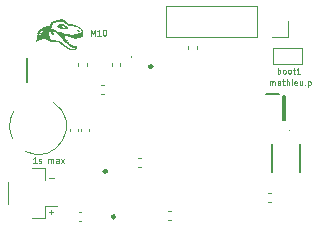
<source format=gbr>
%TF.GenerationSoftware,KiCad,Pcbnew,9.0.0*%
%TF.CreationDate,2025-06-12T14:50:32+02:00*%
%TF.ProjectId,hardware v4 pro max,68617264-7761-4726-9520-76342070726f,rev?*%
%TF.SameCoordinates,Original*%
%TF.FileFunction,Legend,Top*%
%TF.FilePolarity,Positive*%
%FSLAX46Y46*%
G04 Gerber Fmt 4.6, Leading zero omitted, Abs format (unit mm)*
G04 Created by KiCad (PCBNEW 9.0.0) date 2025-06-12 14:50:32*
%MOMM*%
%LPD*%
G01*
G04 APERTURE LIST*
%ADD10C,0.125000*%
%ADD11C,0.100000*%
%ADD12C,0.120000*%
%ADD13C,0.250000*%
%ADD14C,0.152400*%
%ADD15C,0.200000*%
%ADD16C,0.000000*%
G04 APERTURE END LIST*
D10*
X148391283Y-98382309D02*
X148391283Y-98048976D01*
X148391283Y-98096595D02*
X148415093Y-98072785D01*
X148415093Y-98072785D02*
X148462712Y-98048976D01*
X148462712Y-98048976D02*
X148534140Y-98048976D01*
X148534140Y-98048976D02*
X148581759Y-98072785D01*
X148581759Y-98072785D02*
X148605569Y-98120404D01*
X148605569Y-98120404D02*
X148605569Y-98382309D01*
X148605569Y-98120404D02*
X148629378Y-98072785D01*
X148629378Y-98072785D02*
X148676997Y-98048976D01*
X148676997Y-98048976D02*
X148748426Y-98048976D01*
X148748426Y-98048976D02*
X148796045Y-98072785D01*
X148796045Y-98072785D02*
X148819855Y-98120404D01*
X148819855Y-98120404D02*
X148819855Y-98382309D01*
X149272236Y-98382309D02*
X149272236Y-98120404D01*
X149272236Y-98120404D02*
X149248426Y-98072785D01*
X149248426Y-98072785D02*
X149200807Y-98048976D01*
X149200807Y-98048976D02*
X149105569Y-98048976D01*
X149105569Y-98048976D02*
X149057950Y-98072785D01*
X149272236Y-98358500D02*
X149224617Y-98382309D01*
X149224617Y-98382309D02*
X149105569Y-98382309D01*
X149105569Y-98382309D02*
X149057950Y-98358500D01*
X149057950Y-98358500D02*
X149034141Y-98310880D01*
X149034141Y-98310880D02*
X149034141Y-98263261D01*
X149034141Y-98263261D02*
X149057950Y-98215642D01*
X149057950Y-98215642D02*
X149105569Y-98191833D01*
X149105569Y-98191833D02*
X149224617Y-98191833D01*
X149224617Y-98191833D02*
X149272236Y-98168023D01*
X149438903Y-98048976D02*
X149629379Y-98048976D01*
X149510331Y-97882309D02*
X149510331Y-98310880D01*
X149510331Y-98310880D02*
X149534141Y-98358500D01*
X149534141Y-98358500D02*
X149581760Y-98382309D01*
X149581760Y-98382309D02*
X149629379Y-98382309D01*
X149796045Y-98382309D02*
X149796045Y-97882309D01*
X150010331Y-98382309D02*
X150010331Y-98120404D01*
X150010331Y-98120404D02*
X149986521Y-98072785D01*
X149986521Y-98072785D02*
X149938902Y-98048976D01*
X149938902Y-98048976D02*
X149867474Y-98048976D01*
X149867474Y-98048976D02*
X149819855Y-98072785D01*
X149819855Y-98072785D02*
X149796045Y-98096595D01*
X150248426Y-98382309D02*
X150248426Y-98048976D01*
X150248426Y-97882309D02*
X150224617Y-97906119D01*
X150224617Y-97906119D02*
X150248426Y-97929928D01*
X150248426Y-97929928D02*
X150272236Y-97906119D01*
X150272236Y-97906119D02*
X150248426Y-97882309D01*
X150248426Y-97882309D02*
X150248426Y-97929928D01*
X150676997Y-98358500D02*
X150629378Y-98382309D01*
X150629378Y-98382309D02*
X150534140Y-98382309D01*
X150534140Y-98382309D02*
X150486521Y-98358500D01*
X150486521Y-98358500D02*
X150462712Y-98310880D01*
X150462712Y-98310880D02*
X150462712Y-98120404D01*
X150462712Y-98120404D02*
X150486521Y-98072785D01*
X150486521Y-98072785D02*
X150534140Y-98048976D01*
X150534140Y-98048976D02*
X150629378Y-98048976D01*
X150629378Y-98048976D02*
X150676997Y-98072785D01*
X150676997Y-98072785D02*
X150700807Y-98120404D01*
X150700807Y-98120404D02*
X150700807Y-98168023D01*
X150700807Y-98168023D02*
X150462712Y-98215642D01*
X151129378Y-98048976D02*
X151129378Y-98382309D01*
X150915092Y-98048976D02*
X150915092Y-98310880D01*
X150915092Y-98310880D02*
X150938902Y-98358500D01*
X150938902Y-98358500D02*
X150986521Y-98382309D01*
X150986521Y-98382309D02*
X151057949Y-98382309D01*
X151057949Y-98382309D02*
X151105568Y-98358500D01*
X151105568Y-98358500D02*
X151129378Y-98334690D01*
X151367473Y-98334690D02*
X151391283Y-98358500D01*
X151391283Y-98358500D02*
X151367473Y-98382309D01*
X151367473Y-98382309D02*
X151343664Y-98358500D01*
X151343664Y-98358500D02*
X151367473Y-98334690D01*
X151367473Y-98334690D02*
X151367473Y-98382309D01*
X151605568Y-98048976D02*
X151605568Y-98548976D01*
X151605568Y-98072785D02*
X151653187Y-98048976D01*
X151653187Y-98048976D02*
X151748425Y-98048976D01*
X151748425Y-98048976D02*
X151796044Y-98072785D01*
X151796044Y-98072785D02*
X151819854Y-98096595D01*
X151819854Y-98096595D02*
X151843663Y-98144214D01*
X151843663Y-98144214D02*
X151843663Y-98287071D01*
X151843663Y-98287071D02*
X151819854Y-98334690D01*
X151819854Y-98334690D02*
X151796044Y-98358500D01*
X151796044Y-98358500D02*
X151748425Y-98382309D01*
X151748425Y-98382309D02*
X151653187Y-98382309D01*
X151653187Y-98382309D02*
X151605568Y-98358500D01*
D11*
X129694836Y-106213133D02*
X130075789Y-106213133D01*
X129684836Y-109113133D02*
X130065789Y-109113133D01*
X129875312Y-109303609D02*
X129875312Y-108922657D01*
X128636741Y-104953609D02*
X128351027Y-104953609D01*
X128493884Y-104953609D02*
X128493884Y-104453609D01*
X128493884Y-104453609D02*
X128446265Y-104525038D01*
X128446265Y-104525038D02*
X128398646Y-104572657D01*
X128398646Y-104572657D02*
X128351027Y-104596466D01*
X128827217Y-104929800D02*
X128874836Y-104953609D01*
X128874836Y-104953609D02*
X128970074Y-104953609D01*
X128970074Y-104953609D02*
X129017693Y-104929800D01*
X129017693Y-104929800D02*
X129041502Y-104882180D01*
X129041502Y-104882180D02*
X129041502Y-104858371D01*
X129041502Y-104858371D02*
X129017693Y-104810752D01*
X129017693Y-104810752D02*
X128970074Y-104786942D01*
X128970074Y-104786942D02*
X128898645Y-104786942D01*
X128898645Y-104786942D02*
X128851026Y-104763133D01*
X128851026Y-104763133D02*
X128827217Y-104715514D01*
X128827217Y-104715514D02*
X128827217Y-104691704D01*
X128827217Y-104691704D02*
X128851026Y-104644085D01*
X128851026Y-104644085D02*
X128898645Y-104620276D01*
X128898645Y-104620276D02*
X128970074Y-104620276D01*
X128970074Y-104620276D02*
X129017693Y-104644085D01*
X129636740Y-104953609D02*
X129636740Y-104620276D01*
X129636740Y-104667895D02*
X129660550Y-104644085D01*
X129660550Y-104644085D02*
X129708169Y-104620276D01*
X129708169Y-104620276D02*
X129779597Y-104620276D01*
X129779597Y-104620276D02*
X129827216Y-104644085D01*
X129827216Y-104644085D02*
X129851026Y-104691704D01*
X129851026Y-104691704D02*
X129851026Y-104953609D01*
X129851026Y-104691704D02*
X129874835Y-104644085D01*
X129874835Y-104644085D02*
X129922454Y-104620276D01*
X129922454Y-104620276D02*
X129993883Y-104620276D01*
X129993883Y-104620276D02*
X130041502Y-104644085D01*
X130041502Y-104644085D02*
X130065312Y-104691704D01*
X130065312Y-104691704D02*
X130065312Y-104953609D01*
X130517693Y-104953609D02*
X130517693Y-104691704D01*
X130517693Y-104691704D02*
X130493883Y-104644085D01*
X130493883Y-104644085D02*
X130446264Y-104620276D01*
X130446264Y-104620276D02*
X130351026Y-104620276D01*
X130351026Y-104620276D02*
X130303407Y-104644085D01*
X130517693Y-104929800D02*
X130470074Y-104953609D01*
X130470074Y-104953609D02*
X130351026Y-104953609D01*
X130351026Y-104953609D02*
X130303407Y-104929800D01*
X130303407Y-104929800D02*
X130279598Y-104882180D01*
X130279598Y-104882180D02*
X130279598Y-104834561D01*
X130279598Y-104834561D02*
X130303407Y-104786942D01*
X130303407Y-104786942D02*
X130351026Y-104763133D01*
X130351026Y-104763133D02*
X130470074Y-104763133D01*
X130470074Y-104763133D02*
X130517693Y-104739323D01*
X130708169Y-104953609D02*
X130970074Y-104620276D01*
X130708169Y-104620276D02*
X130970074Y-104953609D01*
X133224836Y-94183609D02*
X133224836Y-93683609D01*
X133224836Y-93683609D02*
X133391503Y-94040752D01*
X133391503Y-94040752D02*
X133558169Y-93683609D01*
X133558169Y-93683609D02*
X133558169Y-94183609D01*
X134058170Y-94183609D02*
X133772456Y-94183609D01*
X133915313Y-94183609D02*
X133915313Y-93683609D01*
X133915313Y-93683609D02*
X133867694Y-93755038D01*
X133867694Y-93755038D02*
X133820075Y-93802657D01*
X133820075Y-93802657D02*
X133772456Y-93826466D01*
X134367693Y-93683609D02*
X134415312Y-93683609D01*
X134415312Y-93683609D02*
X134462931Y-93707419D01*
X134462931Y-93707419D02*
X134486741Y-93731228D01*
X134486741Y-93731228D02*
X134510550Y-93778847D01*
X134510550Y-93778847D02*
X134534360Y-93874085D01*
X134534360Y-93874085D02*
X134534360Y-93993133D01*
X134534360Y-93993133D02*
X134510550Y-94088371D01*
X134510550Y-94088371D02*
X134486741Y-94135990D01*
X134486741Y-94135990D02*
X134462931Y-94159800D01*
X134462931Y-94159800D02*
X134415312Y-94183609D01*
X134415312Y-94183609D02*
X134367693Y-94183609D01*
X134367693Y-94183609D02*
X134320074Y-94159800D01*
X134320074Y-94159800D02*
X134296265Y-94135990D01*
X134296265Y-94135990D02*
X134272455Y-94088371D01*
X134272455Y-94088371D02*
X134248646Y-93993133D01*
X134248646Y-93993133D02*
X134248646Y-93874085D01*
X134248646Y-93874085D02*
X134272455Y-93778847D01*
X134272455Y-93778847D02*
X134296265Y-93731228D01*
X134296265Y-93731228D02*
X134320074Y-93707419D01*
X134320074Y-93707419D02*
X134367693Y-93683609D01*
X149034836Y-97403609D02*
X149034836Y-96903609D01*
X149034836Y-97094085D02*
X149082455Y-97070276D01*
X149082455Y-97070276D02*
X149177693Y-97070276D01*
X149177693Y-97070276D02*
X149225312Y-97094085D01*
X149225312Y-97094085D02*
X149249122Y-97117895D01*
X149249122Y-97117895D02*
X149272931Y-97165514D01*
X149272931Y-97165514D02*
X149272931Y-97308371D01*
X149272931Y-97308371D02*
X149249122Y-97355990D01*
X149249122Y-97355990D02*
X149225312Y-97379800D01*
X149225312Y-97379800D02*
X149177693Y-97403609D01*
X149177693Y-97403609D02*
X149082455Y-97403609D01*
X149082455Y-97403609D02*
X149034836Y-97379800D01*
X149558646Y-97403609D02*
X149511027Y-97379800D01*
X149511027Y-97379800D02*
X149487217Y-97355990D01*
X149487217Y-97355990D02*
X149463408Y-97308371D01*
X149463408Y-97308371D02*
X149463408Y-97165514D01*
X149463408Y-97165514D02*
X149487217Y-97117895D01*
X149487217Y-97117895D02*
X149511027Y-97094085D01*
X149511027Y-97094085D02*
X149558646Y-97070276D01*
X149558646Y-97070276D02*
X149630074Y-97070276D01*
X149630074Y-97070276D02*
X149677693Y-97094085D01*
X149677693Y-97094085D02*
X149701503Y-97117895D01*
X149701503Y-97117895D02*
X149725312Y-97165514D01*
X149725312Y-97165514D02*
X149725312Y-97308371D01*
X149725312Y-97308371D02*
X149701503Y-97355990D01*
X149701503Y-97355990D02*
X149677693Y-97379800D01*
X149677693Y-97379800D02*
X149630074Y-97403609D01*
X149630074Y-97403609D02*
X149558646Y-97403609D01*
X150011027Y-97403609D02*
X149963408Y-97379800D01*
X149963408Y-97379800D02*
X149939598Y-97355990D01*
X149939598Y-97355990D02*
X149915789Y-97308371D01*
X149915789Y-97308371D02*
X149915789Y-97165514D01*
X149915789Y-97165514D02*
X149939598Y-97117895D01*
X149939598Y-97117895D02*
X149963408Y-97094085D01*
X149963408Y-97094085D02*
X150011027Y-97070276D01*
X150011027Y-97070276D02*
X150082455Y-97070276D01*
X150082455Y-97070276D02*
X150130074Y-97094085D01*
X150130074Y-97094085D02*
X150153884Y-97117895D01*
X150153884Y-97117895D02*
X150177693Y-97165514D01*
X150177693Y-97165514D02*
X150177693Y-97308371D01*
X150177693Y-97308371D02*
X150153884Y-97355990D01*
X150153884Y-97355990D02*
X150130074Y-97379800D01*
X150130074Y-97379800D02*
X150082455Y-97403609D01*
X150082455Y-97403609D02*
X150011027Y-97403609D01*
X150320551Y-97070276D02*
X150511027Y-97070276D01*
X150391979Y-96903609D02*
X150391979Y-97332180D01*
X150391979Y-97332180D02*
X150415789Y-97379800D01*
X150415789Y-97379800D02*
X150463408Y-97403609D01*
X150463408Y-97403609D02*
X150511027Y-97403609D01*
X150939598Y-97403609D02*
X150653884Y-97403609D01*
X150796741Y-97403609D02*
X150796741Y-96903609D01*
X150796741Y-96903609D02*
X150749122Y-96975038D01*
X150749122Y-96975038D02*
X150701503Y-97022657D01*
X150701503Y-97022657D02*
X150653884Y-97046466D01*
D12*
%TO.C,C20*%
X134337836Y-98360000D02*
X134122164Y-98360000D01*
X134337836Y-99080000D02*
X134122164Y-99080000D01*
D13*
%TO.C,IC4*%
X134575000Y-105675000D02*
G75*
G02*
X134325000Y-105675000I-125000J0D01*
G01*
X134325000Y-105675000D02*
G75*
G02*
X134575000Y-105675000I125000J0D01*
G01*
D12*
%TO.C,J3*%
X139620000Y-91635000D02*
X139620000Y-94295000D01*
X147300000Y-91635000D02*
X139620000Y-91635000D01*
X147300000Y-91635000D02*
X147300000Y-94295000D01*
X147300000Y-94295000D02*
X139620000Y-94295000D01*
X149900000Y-92965000D02*
X149900000Y-94295000D01*
X149900000Y-94295000D02*
X148570000Y-94295000D01*
%TO.C,C27*%
X132140000Y-96737836D02*
X132140000Y-96522164D01*
X132860000Y-96737836D02*
X132860000Y-96522164D01*
D14*
%TO.C,U2*%
X148573001Y-103372999D02*
X148573001Y-105726999D01*
X150927001Y-105726999D02*
X150927001Y-103372999D01*
D12*
%TO.C,C3*%
X148477836Y-107540000D02*
X148262164Y-107540000D01*
X148477836Y-108260000D02*
X148262164Y-108260000D01*
%TO.C,C17*%
X131440000Y-102257836D02*
X131440000Y-102042164D01*
X132160000Y-102257836D02*
X132160000Y-102042164D01*
D11*
%TO.C,BT1*%
X126592503Y-102893662D02*
G75*
G02*
X126700001Y-100590000I2157497J1053662D01*
G01*
X130020000Y-99800001D02*
G75*
G02*
X127687376Y-103995302I-1270000J-2039999D01*
G01*
D15*
%TO.C,J2*%
X127837500Y-98100000D02*
X127837500Y-96100000D01*
D16*
%TO.C,G\u002A\u002A\u002A*%
G36*
X132164444Y-93723163D02*
G01*
X132185819Y-93724772D01*
X132201909Y-93727567D01*
X132201954Y-93727579D01*
X132230416Y-93737812D01*
X132252419Y-93751529D01*
X132267865Y-93768627D01*
X132276657Y-93789005D01*
X132278833Y-93807590D01*
X132275427Y-93821716D01*
X132265331Y-93832668D01*
X132248728Y-93840277D01*
X132241759Y-93842045D01*
X132221412Y-93845452D01*
X132205362Y-93845548D01*
X132191091Y-93842155D01*
X132181185Y-93837799D01*
X132169458Y-93830198D01*
X132159607Y-93820981D01*
X132156952Y-93817441D01*
X132152298Y-93811423D01*
X132145900Y-93806531D01*
X132136131Y-93801886D01*
X132121362Y-93796612D01*
X132113825Y-93794172D01*
X132082671Y-93784727D01*
X132056054Y-93777878D01*
X132031656Y-93773175D01*
X132007157Y-93770168D01*
X131981200Y-93768451D01*
X131962585Y-93767545D01*
X131950582Y-93766727D01*
X131944309Y-93765799D01*
X131942882Y-93764566D01*
X131945419Y-93762832D01*
X131948935Y-93761276D01*
X131962313Y-93756370D01*
X131980962Y-93750489D01*
X132002812Y-93744203D01*
X132025794Y-93738082D01*
X132047840Y-93732698D01*
X132066881Y-93728620D01*
X132068299Y-93728351D01*
X132089710Y-93725335D01*
X132114278Y-93723457D01*
X132139893Y-93722728D01*
X132164444Y-93723163D01*
G37*
G36*
X130769341Y-93157799D02*
G01*
X130819096Y-93170347D01*
X130828910Y-93173690D01*
X130873573Y-93191818D01*
X130922088Y-93215756D01*
X130973964Y-93245204D01*
X131028709Y-93279859D01*
X131085830Y-93319419D01*
X131144836Y-93363580D01*
X131170076Y-93383439D01*
X131189345Y-93399041D01*
X131210041Y-93416190D01*
X131231386Y-93434201D01*
X131252602Y-93452390D01*
X131272909Y-93470071D01*
X131291532Y-93486561D01*
X131307690Y-93501176D01*
X131320607Y-93513230D01*
X131329504Y-93522039D01*
X131333602Y-93526919D01*
X131333786Y-93527450D01*
X131330617Y-93531286D01*
X131321876Y-93537764D01*
X131308713Y-93546199D01*
X131292277Y-93555905D01*
X131273720Y-93566196D01*
X131254190Y-93576387D01*
X131240032Y-93583345D01*
X131175371Y-93610426D01*
X131108648Y-93631143D01*
X131040814Y-93645323D01*
X130972818Y-93652793D01*
X130905613Y-93653381D01*
X130869165Y-93650691D01*
X130803478Y-93640204D01*
X130737453Y-93622593D01*
X130671791Y-93598165D01*
X130607194Y-93567224D01*
X130544363Y-93530075D01*
X130484000Y-93487023D01*
X130473176Y-93478449D01*
X130460334Y-93467722D01*
X130445382Y-93454612D01*
X130429281Y-93440034D01*
X130412995Y-93424906D01*
X130405598Y-93417865D01*
X130773134Y-93417865D01*
X130782509Y-93425899D01*
X130818556Y-93453094D01*
X130855983Y-93474347D01*
X130894038Y-93489423D01*
X130931966Y-93498083D01*
X130969015Y-93500088D01*
X131003018Y-93495540D01*
X131017485Y-93491631D01*
X131030644Y-93487239D01*
X131037863Y-93484168D01*
X131049083Y-93478366D01*
X130992231Y-93435005D01*
X130972806Y-93420524D01*
X130953823Y-93406975D01*
X130936681Y-93395312D01*
X130922779Y-93386490D01*
X130914260Y-93381800D01*
X130887974Y-93373515D01*
X130860742Y-93372312D01*
X130833522Y-93378017D01*
X130807271Y-93390457D01*
X130788134Y-93404678D01*
X130773134Y-93417865D01*
X130405598Y-93417865D01*
X130397487Y-93410145D01*
X130383719Y-93396668D01*
X130372655Y-93385391D01*
X130365258Y-93377231D01*
X130362490Y-93373105D01*
X130362489Y-93373064D01*
X130365104Y-93366278D01*
X130372386Y-93355336D01*
X130383486Y-93341167D01*
X130397557Y-93324700D01*
X130413753Y-93306864D01*
X130431225Y-93288588D01*
X130449125Y-93270801D01*
X130466608Y-93254432D01*
X130482825Y-93240409D01*
X130485382Y-93238337D01*
X130530285Y-93206493D01*
X130576341Y-93181983D01*
X130623412Y-93164833D01*
X130671361Y-93155068D01*
X130720050Y-93152715D01*
X130769341Y-93157799D01*
G37*
G36*
X130798318Y-92799542D02*
G01*
X130847093Y-92809484D01*
X130898175Y-92825819D01*
X130951109Y-92848355D01*
X131005444Y-92876902D01*
X131060724Y-92911267D01*
X131113082Y-92948657D01*
X131147594Y-92975672D01*
X131180747Y-93003416D01*
X131213689Y-93032952D01*
X131247567Y-93065344D01*
X131283528Y-93101657D01*
X131322719Y-93142954D01*
X131323636Y-93143937D01*
X131345362Y-93167237D01*
X131408015Y-93174926D01*
X131506032Y-93188568D01*
X131601656Y-93205074D01*
X131694347Y-93224279D01*
X131783563Y-93246016D01*
X131868766Y-93270117D01*
X131949415Y-93296415D01*
X132024970Y-93324744D01*
X132094890Y-93354936D01*
X132158635Y-93386825D01*
X132215666Y-93420244D01*
X132228091Y-93428338D01*
X132244952Y-93440118D01*
X132263730Y-93454153D01*
X132283087Y-93469348D01*
X132301684Y-93484602D01*
X132318183Y-93498819D01*
X132331244Y-93510900D01*
X132339530Y-93519748D01*
X132339554Y-93519778D01*
X132350131Y-93528791D01*
X132366862Y-93537494D01*
X132373941Y-93540325D01*
X132396979Y-93550661D01*
X132420547Y-93564195D01*
X132442320Y-93579403D01*
X132459975Y-93594760D01*
X132464744Y-93599880D01*
X132473658Y-93611860D01*
X132483098Y-93627147D01*
X132489814Y-93639977D01*
X132496798Y-93654789D01*
X132505493Y-93673156D01*
X132514378Y-93691868D01*
X132517347Y-93698105D01*
X132529884Y-93725674D01*
X132538923Y-93749198D01*
X132544991Y-93770959D01*
X132548615Y-93793240D01*
X132550321Y-93818325D01*
X132550660Y-93842487D01*
X132550516Y-93864645D01*
X132549992Y-93881138D01*
X132548863Y-93893797D01*
X132546906Y-93904456D01*
X132543897Y-93914948D01*
X132540662Y-93924229D01*
X132530725Y-93951593D01*
X132541640Y-93975666D01*
X132548022Y-93991056D01*
X132555061Y-94010056D01*
X132561427Y-94029045D01*
X132562551Y-94032681D01*
X132566590Y-94046821D01*
X132569401Y-94059384D01*
X132571212Y-94072347D01*
X132572252Y-94087686D01*
X132572751Y-94107378D01*
X132572885Y-94121876D01*
X132572879Y-94145020D01*
X132572422Y-94162509D01*
X132571327Y-94176183D01*
X132569412Y-94187881D01*
X132566492Y-94199445D01*
X132564440Y-94206255D01*
X132556242Y-94228948D01*
X132545919Y-94252250D01*
X132534667Y-94273732D01*
X132523682Y-94290965D01*
X132521101Y-94294345D01*
X132512117Y-94305557D01*
X132507777Y-94288720D01*
X132496713Y-94250742D01*
X132484094Y-94216078D01*
X132470426Y-94185898D01*
X132456213Y-94161373D01*
X132447989Y-94150283D01*
X132437337Y-94137438D01*
X132434719Y-94170909D01*
X132430516Y-94212024D01*
X132424629Y-94250820D01*
X132417312Y-94286180D01*
X132408818Y-94316986D01*
X132399399Y-94342121D01*
X132393193Y-94354387D01*
X132384559Y-94366952D01*
X132374117Y-94379237D01*
X132371729Y-94381636D01*
X132358982Y-94393883D01*
X132348664Y-94357259D01*
X132343565Y-94340396D01*
X132337232Y-94321326D01*
X132330133Y-94301253D01*
X132322737Y-94281380D01*
X132315510Y-94262910D01*
X132308920Y-94247047D01*
X132303435Y-94234993D01*
X132299523Y-94227952D01*
X132297911Y-94226679D01*
X132295660Y-94231008D01*
X132292701Y-94240449D01*
X132290320Y-94250148D01*
X132281515Y-94284667D01*
X132270696Y-94318194D01*
X132258420Y-94349445D01*
X132245244Y-94377132D01*
X132231725Y-94399970D01*
X132218420Y-94416672D01*
X132218043Y-94417053D01*
X132209302Y-94425629D01*
X132204385Y-94429420D01*
X132201819Y-94428947D01*
X132200128Y-94424734D01*
X132199777Y-94423531D01*
X132187943Y-94384044D01*
X132177332Y-94351632D01*
X132167840Y-94325985D01*
X132160625Y-94309385D01*
X132151588Y-94291680D01*
X132143145Y-94277282D01*
X132135914Y-94267055D01*
X132130512Y-94261866D01*
X132127557Y-94262580D01*
X132127461Y-94262861D01*
X132116478Y-94295740D01*
X132102760Y-94330906D01*
X132087831Y-94364474D01*
X132086630Y-94366974D01*
X132075253Y-94388969D01*
X132064381Y-94406205D01*
X132052383Y-94421111D01*
X132045054Y-94428852D01*
X132022253Y-94451892D01*
X132018901Y-94435016D01*
X132009838Y-94396875D01*
X131998452Y-94361110D01*
X131985293Y-94329113D01*
X131970910Y-94302277D01*
X131960768Y-94287757D01*
X131949534Y-94273630D01*
X131935423Y-94299008D01*
X131918245Y-94327941D01*
X131899899Y-94355358D01*
X131881138Y-94380366D01*
X131862713Y-94402070D01*
X131845376Y-94419577D01*
X131829881Y-94431993D01*
X131818498Y-94437953D01*
X131810309Y-94440329D01*
X131806961Y-94439175D01*
X131806310Y-94433695D01*
X131806310Y-94433437D01*
X131804806Y-94413822D01*
X131800689Y-94389916D01*
X131794552Y-94363864D01*
X131786986Y-94337807D01*
X131778584Y-94313889D01*
X131769939Y-94294253D01*
X131765799Y-94286854D01*
X131755192Y-94269811D01*
X131730246Y-94303216D01*
X131705024Y-94333802D01*
X131678343Y-94360307D01*
X131651098Y-94382053D01*
X131624186Y-94398358D01*
X131598502Y-94408541D01*
X131588714Y-94410757D01*
X131575503Y-94413030D01*
X131575283Y-94357457D01*
X131574616Y-94328145D01*
X131572919Y-94303950D01*
X131570275Y-94285488D01*
X131566768Y-94273371D01*
X131563289Y-94268591D01*
X131558891Y-94267925D01*
X131548091Y-94267003D01*
X131531982Y-94265898D01*
X131511655Y-94264682D01*
X131488202Y-94263426D01*
X131474324Y-94262743D01*
X131411902Y-94259280D01*
X131354170Y-94255101D01*
X131301485Y-94250257D01*
X131254206Y-94244799D01*
X131212689Y-94238778D01*
X131177292Y-94232244D01*
X131148372Y-94225249D01*
X131126286Y-94217843D01*
X131113210Y-94211299D01*
X131107329Y-94208301D01*
X131102083Y-94208736D01*
X131094824Y-94213189D01*
X131090709Y-94216268D01*
X131070202Y-94233934D01*
X131049867Y-94255057D01*
X131031723Y-94277334D01*
X131017788Y-94298464D01*
X131016379Y-94301031D01*
X131009399Y-94314572D01*
X131005116Y-94325046D01*
X131002875Y-94335214D01*
X131002021Y-94347839D01*
X131001895Y-94362060D01*
X131002135Y-94379064D01*
X131003289Y-94391468D01*
X131006005Y-94402168D01*
X131010934Y-94414060D01*
X131015838Y-94424217D01*
X131034976Y-94455060D01*
X131059208Y-94480398D01*
X131088530Y-94500229D01*
X131122939Y-94514549D01*
X131135274Y-94518030D01*
X131150221Y-94521470D01*
X131163785Y-94523608D01*
X131178258Y-94524617D01*
X131195935Y-94524671D01*
X131215493Y-94524084D01*
X131234438Y-94523169D01*
X131251087Y-94522007D01*
X131263781Y-94520738D01*
X131270855Y-94519503D01*
X131271278Y-94519352D01*
X131275261Y-94518324D01*
X131276855Y-94520726D01*
X131276499Y-94528114D01*
X131275638Y-94534814D01*
X131269575Y-94569165D01*
X131261243Y-94601709D01*
X131251143Y-94630945D01*
X131239779Y-94655373D01*
X131230270Y-94670242D01*
X131220755Y-94682717D01*
X131237629Y-94690182D01*
X131260616Y-94697406D01*
X131288679Y-94701489D01*
X131320075Y-94702410D01*
X131353059Y-94700149D01*
X131385889Y-94694686D01*
X131396884Y-94692049D01*
X131416854Y-94686843D01*
X131414444Y-94702499D01*
X131407464Y-94734096D01*
X131396698Y-94765427D01*
X131383112Y-94794123D01*
X131367672Y-94817815D01*
X131367135Y-94818492D01*
X131355902Y-94832575D01*
X131365131Y-94836084D01*
X131378842Y-94840172D01*
X131397864Y-94844327D01*
X131420023Y-94848168D01*
X131443143Y-94851315D01*
X131463168Y-94853253D01*
X131479265Y-94853801D01*
X131498797Y-94853509D01*
X131519866Y-94852515D01*
X131540574Y-94850954D01*
X131559022Y-94848964D01*
X131573313Y-94846681D01*
X131580235Y-94844831D01*
X131583390Y-94844477D01*
X131584761Y-94847544D01*
X131584578Y-94855481D01*
X131583551Y-94865587D01*
X131577858Y-94897713D01*
X131568370Y-94924778D01*
X131557147Y-94944708D01*
X131550894Y-94954912D01*
X131547396Y-94962484D01*
X131547280Y-94965502D01*
X131555045Y-94968112D01*
X131568334Y-94970452D01*
X131585168Y-94972345D01*
X131603571Y-94973613D01*
X131621566Y-94974077D01*
X131636997Y-94973574D01*
X131661186Y-94970858D01*
X131687978Y-94966426D01*
X131714552Y-94960846D01*
X131738090Y-94954681D01*
X131749268Y-94951052D01*
X131765355Y-94945269D01*
X131762818Y-94959218D01*
X131757432Y-94979342D01*
X131748894Y-95000526D01*
X131738352Y-95020536D01*
X131726953Y-95037136D01*
X131718133Y-95046335D01*
X131713917Y-95050604D01*
X131715960Y-95053114D01*
X131718754Y-95054294D01*
X131731164Y-95056959D01*
X131749249Y-95057938D01*
X131771412Y-95057380D01*
X131796056Y-95055433D01*
X131821583Y-95052244D01*
X131846396Y-95047963D01*
X131868898Y-95042737D01*
X131880376Y-95039294D01*
X131911315Y-95028968D01*
X131911192Y-95055446D01*
X131909845Y-95075305D01*
X131906418Y-95094252D01*
X131904268Y-95101612D01*
X131897467Y-95121300D01*
X131905478Y-95121300D01*
X131921688Y-95119238D01*
X131942533Y-95113467D01*
X131966528Y-95104613D01*
X131992186Y-95093299D01*
X132018021Y-95080151D01*
X132042546Y-95065793D01*
X132051577Y-95059905D01*
X132077458Y-95042451D01*
X132075124Y-95080938D01*
X132068533Y-95133734D01*
X132055509Y-95183298D01*
X132036300Y-95229239D01*
X132011154Y-95271166D01*
X131980319Y-95308686D01*
X131944042Y-95341410D01*
X131902571Y-95368945D01*
X131887699Y-95376871D01*
X131835843Y-95399362D01*
X131783717Y-95414630D01*
X131730468Y-95422826D01*
X131675241Y-95424098D01*
X131635021Y-95420957D01*
X131569685Y-95410243D01*
X131502381Y-95393326D01*
X131434499Y-95370711D01*
X131367426Y-95342902D01*
X131302553Y-95310404D01*
X131256697Y-95283581D01*
X131247893Y-95277726D01*
X131233544Y-95267730D01*
X131214121Y-95253933D01*
X131190093Y-95236678D01*
X131161928Y-95216307D01*
X131130096Y-95193160D01*
X131095066Y-95167580D01*
X131057307Y-95139908D01*
X131017289Y-95110486D01*
X130975480Y-95079655D01*
X130932349Y-95047758D01*
X130904180Y-95026875D01*
X130860904Y-94994817D01*
X130818956Y-94963849D01*
X130778774Y-94934287D01*
X130740794Y-94906448D01*
X130705454Y-94880650D01*
X130673189Y-94857208D01*
X130644438Y-94836439D01*
X130619637Y-94818661D01*
X130599223Y-94804191D01*
X130583632Y-94793344D01*
X130573301Y-94786437D01*
X130569369Y-94784084D01*
X130532859Y-94768460D01*
X130490359Y-94755111D01*
X130443084Y-94744235D01*
X130392250Y-94736028D01*
X130339072Y-94730686D01*
X130284766Y-94728408D01*
X130231232Y-94729355D01*
X130154491Y-94731729D01*
X130083779Y-94730964D01*
X130018271Y-94726974D01*
X129957147Y-94719674D01*
X129899584Y-94708978D01*
X129844759Y-94694802D01*
X129818888Y-94686641D01*
X129772212Y-94669418D01*
X129732349Y-94651265D01*
X129699567Y-94632312D01*
X129686743Y-94623210D01*
X129625103Y-94580099D01*
X129562649Y-94544325D01*
X129499094Y-94515744D01*
X129434147Y-94494210D01*
X129424184Y-94491557D01*
X129387544Y-94482964D01*
X129353932Y-94477135D01*
X129320294Y-94473691D01*
X129283573Y-94472253D01*
X129267429Y-94472155D01*
X129240827Y-94472612D01*
X129215938Y-94474061D01*
X129191342Y-94476737D01*
X129165618Y-94480878D01*
X129137348Y-94486717D01*
X129105110Y-94494491D01*
X129067484Y-94504435D01*
X129059299Y-94506674D01*
X128984348Y-94528303D01*
X128913285Y-94550882D01*
X128846710Y-94574180D01*
X128785218Y-94597965D01*
X128729408Y-94622005D01*
X128679876Y-94646070D01*
X128637220Y-94669929D01*
X128636294Y-94670492D01*
X128610809Y-94686021D01*
X128612909Y-94664586D01*
X128613914Y-94654270D01*
X128615493Y-94638008D01*
X128617498Y-94617320D01*
X128619782Y-94593726D01*
X128622198Y-94568746D01*
X128622618Y-94564398D01*
X128630504Y-94490450D01*
X128639189Y-94423516D01*
X128641228Y-94410640D01*
X128753332Y-94410640D01*
X128765204Y-94381106D01*
X128771839Y-94365597D01*
X128780750Y-94346125D01*
X128790698Y-94325347D01*
X128799089Y-94308550D01*
X128809378Y-94289085D01*
X128821491Y-94267221D01*
X128834883Y-94243846D01*
X128849004Y-94219844D01*
X128863308Y-94196104D01*
X128877247Y-94173510D01*
X128890274Y-94152949D01*
X128901842Y-94135308D01*
X128911404Y-94121474D01*
X128918411Y-94112331D01*
X128922317Y-94108768D01*
X128922467Y-94108750D01*
X128928291Y-94111900D01*
X128937420Y-94120945D01*
X128949421Y-94135276D01*
X128963860Y-94154287D01*
X128980306Y-94177369D01*
X128998324Y-94203914D01*
X129017482Y-94233315D01*
X129037346Y-94264964D01*
X129057413Y-94298134D01*
X129068160Y-94316093D01*
X129077768Y-94331883D01*
X129085505Y-94344324D01*
X129090643Y-94352237D01*
X129092236Y-94354387D01*
X129093929Y-94353333D01*
X129094392Y-94346207D01*
X129093756Y-94334316D01*
X129092149Y-94318964D01*
X129089700Y-94301457D01*
X129086538Y-94283099D01*
X129083909Y-94270167D01*
X129066449Y-94207519D01*
X129042159Y-94147730D01*
X129011319Y-94091279D01*
X128974212Y-94038644D01*
X128931120Y-93990305D01*
X128904394Y-93965215D01*
X128891317Y-93954168D01*
X128876526Y-93942410D01*
X128861334Y-93930898D01*
X128847057Y-93920589D01*
X128842047Y-93917199D01*
X128943886Y-93917199D01*
X128956242Y-93931408D01*
X128965112Y-93941437D01*
X128976637Y-93954243D01*
X128988370Y-93967105D01*
X128988712Y-93967478D01*
X129008826Y-93989339D01*
X129035938Y-93960004D01*
X129049268Y-93945589D01*
X129062645Y-93931133D01*
X129074048Y-93918822D01*
X129078683Y-93913824D01*
X129094317Y-93896977D01*
X129148062Y-93952886D01*
X129168993Y-93974321D01*
X129192725Y-93998067D01*
X129217123Y-94022025D01*
X129240055Y-94044095D01*
X129254309Y-94057496D01*
X129273502Y-94075074D01*
X129295372Y-94094723D01*
X129319274Y-94115894D01*
X129344561Y-94138037D01*
X129370586Y-94160604D01*
X129396701Y-94183046D01*
X129422262Y-94204816D01*
X129446620Y-94225363D01*
X129469130Y-94244140D01*
X129489144Y-94260598D01*
X129506016Y-94274189D01*
X129519099Y-94284362D01*
X129527747Y-94290571D01*
X129531091Y-94292320D01*
X129530357Y-94289542D01*
X129526045Y-94281870D01*
X129518893Y-94270542D01*
X129511382Y-94259326D01*
X129489314Y-94228462D01*
X129462028Y-94192651D01*
X129429723Y-94152130D01*
X129392602Y-94107136D01*
X129350866Y-94057905D01*
X129304717Y-94004676D01*
X129286626Y-93984203D01*
X129705048Y-93984203D01*
X129705575Y-94065109D01*
X129713037Y-94148019D01*
X129727416Y-94232690D01*
X129748695Y-94318883D01*
X129764441Y-94370241D01*
X129772390Y-94393408D01*
X129781641Y-94418766D01*
X129790987Y-94443086D01*
X129798473Y-94461390D01*
X129806529Y-94479578D01*
X129813828Y-94493312D01*
X129821701Y-94503733D01*
X129831480Y-94511982D01*
X129844495Y-94519201D01*
X129862079Y-94526531D01*
X129883654Y-94534434D01*
X129919003Y-94545526D01*
X129959750Y-94555421D01*
X130006171Y-94564151D01*
X130058541Y-94571750D01*
X130117136Y-94578250D01*
X130182229Y-94583686D01*
X130254098Y-94588089D01*
X130333016Y-94591492D01*
X130368114Y-94592626D01*
X130503120Y-94596591D01*
X130538747Y-94608477D01*
X130583267Y-94625776D01*
X130631482Y-94649104D01*
X130683013Y-94678195D01*
X130737484Y-94712779D01*
X130794514Y-94752589D01*
X130853726Y-94797357D01*
X130914741Y-94846816D01*
X130977180Y-94900696D01*
X131040666Y-94958731D01*
X131061898Y-94978860D01*
X131106247Y-95020221D01*
X131147935Y-95056759D01*
X131188594Y-95089800D01*
X131229858Y-95120670D01*
X131273360Y-95150693D01*
X131274560Y-95151491D01*
X131338616Y-95190941D01*
X131403173Y-95224684D01*
X131467572Y-95252466D01*
X131531153Y-95274030D01*
X131593257Y-95289121D01*
X131650337Y-95297232D01*
X131671261Y-95299037D01*
X131687052Y-95300121D01*
X131700042Y-95300490D01*
X131712563Y-95300149D01*
X131726946Y-95299105D01*
X131744432Y-95297470D01*
X131780732Y-95292536D01*
X131815970Y-95285116D01*
X131847830Y-95275765D01*
X131868188Y-95267787D01*
X131890689Y-95257657D01*
X131845687Y-95243506D01*
X131771794Y-95217511D01*
X131696828Y-95185609D01*
X131620451Y-95147616D01*
X131542329Y-95103347D01*
X131462128Y-95052620D01*
X131379513Y-94995250D01*
X131339412Y-94965682D01*
X131258934Y-94902788D01*
X131176440Y-94833513D01*
X131092568Y-94758492D01*
X131007955Y-94678360D01*
X130923239Y-94593750D01*
X130839058Y-94505297D01*
X130756049Y-94413637D01*
X130674849Y-94319402D01*
X130606524Y-94236256D01*
X130545568Y-94163360D01*
X130485478Y-94097581D01*
X130425929Y-94038633D01*
X130366594Y-93986229D01*
X130307146Y-93940082D01*
X130247258Y-93899904D01*
X130186605Y-93865409D01*
X130181740Y-93862902D01*
X130158937Y-93851772D01*
X130135241Y-93841147D01*
X130111723Y-93831411D01*
X130089454Y-93822948D01*
X130069506Y-93816143D01*
X130052950Y-93811379D01*
X130040857Y-93809041D01*
X130034297Y-93809515D01*
X130033870Y-93809838D01*
X130034243Y-93813787D01*
X130036080Y-93824324D01*
X130039232Y-93840713D01*
X130043550Y-93862216D01*
X130048883Y-93888098D01*
X130055082Y-93917623D01*
X130061997Y-93950052D01*
X130068288Y-93979180D01*
X130075688Y-94013498D01*
X130082490Y-94045541D01*
X130088545Y-94074572D01*
X130093705Y-94099851D01*
X130097820Y-94120642D01*
X130100741Y-94136208D01*
X130102321Y-94145809D01*
X130102500Y-94148728D01*
X130097955Y-94148461D01*
X130088371Y-94144975D01*
X130075119Y-94138941D01*
X130059571Y-94131029D01*
X130043099Y-94121913D01*
X130027076Y-94112262D01*
X130024120Y-94110375D01*
X129975315Y-94074477D01*
X129930150Y-94032262D01*
X129888907Y-93984115D01*
X129851868Y-93930425D01*
X129819314Y-93871580D01*
X129791528Y-93807968D01*
X129779048Y-93773109D01*
X129772848Y-93754580D01*
X129767486Y-93738771D01*
X129763400Y-93726958D01*
X129761028Y-93720415D01*
X129760636Y-93719530D01*
X129759109Y-93722297D01*
X129755872Y-93730807D01*
X129751393Y-93743625D01*
X129746138Y-93759318D01*
X129740575Y-93776450D01*
X129735172Y-93793588D01*
X129730394Y-93809297D01*
X129726709Y-93822142D01*
X129724870Y-93829361D01*
X129711474Y-93905540D01*
X129705048Y-93984203D01*
X129286626Y-93984203D01*
X129254355Y-93947684D01*
X129199983Y-93887167D01*
X129141801Y-93823361D01*
X129128774Y-93809193D01*
X129108307Y-93786945D01*
X129088874Y-93765781D01*
X129071223Y-93746520D01*
X129056100Y-93729978D01*
X129052369Y-93725882D01*
X129149520Y-93725882D01*
X129151182Y-93729452D01*
X129156605Y-93737267D01*
X129164641Y-93747904D01*
X129174142Y-93759935D01*
X129183959Y-93771935D01*
X129192946Y-93782480D01*
X129199954Y-93790143D01*
X129203835Y-93793500D01*
X129204013Y-93793545D01*
X129207732Y-93791652D01*
X129216610Y-93786296D01*
X129229556Y-93778159D01*
X129245478Y-93767923D01*
X129257648Y-93759983D01*
X129275004Y-93748682D01*
X129290148Y-93738989D01*
X129301987Y-93731592D01*
X129309423Y-93727178D01*
X129311415Y-93726231D01*
X129314919Y-93728757D01*
X129322156Y-93735466D01*
X129331742Y-93745060D01*
X129334659Y-93748085D01*
X129371229Y-93781010D01*
X129413624Y-93809561D01*
X129461424Y-93833524D01*
X129514212Y-93852684D01*
X129562120Y-93864913D01*
X129578805Y-93868128D01*
X129594272Y-93870586D01*
X129605937Y-93871895D01*
X129608701Y-93872009D01*
X129615786Y-93871911D01*
X129617791Y-93871057D01*
X129614166Y-93868707D01*
X129604358Y-93864120D01*
X129602024Y-93863059D01*
X129565776Y-93843712D01*
X129527485Y-93817867D01*
X129487718Y-93786060D01*
X129447043Y-93748825D01*
X129406025Y-93706697D01*
X129365230Y-93660211D01*
X129325226Y-93609903D01*
X129322718Y-93606507D01*
X129406944Y-93606507D01*
X129407657Y-93611393D01*
X129411377Y-93617951D01*
X129417388Y-93626746D01*
X129419545Y-93629926D01*
X129428491Y-93642720D01*
X129434827Y-93650100D01*
X129439710Y-93653140D01*
X129444300Y-93652910D01*
X129444364Y-93652890D01*
X129449805Y-93650847D01*
X129461186Y-93646345D01*
X129477512Y-93639785D01*
X129497788Y-93631568D01*
X129521022Y-93622096D01*
X129545814Y-93611936D01*
X129573650Y-93600483D01*
X129595180Y-93591538D01*
X129611039Y-93584765D01*
X129621860Y-93579828D01*
X129628280Y-93576391D01*
X129630931Y-93574119D01*
X129630450Y-93572675D01*
X129627470Y-93571725D01*
X129623165Y-93571012D01*
X129607861Y-93570160D01*
X129586481Y-93571050D01*
X129560211Y-93573553D01*
X129530236Y-93577538D01*
X129497742Y-93582874D01*
X129473545Y-93587462D01*
X129448482Y-93592431D01*
X129430007Y-93596256D01*
X129417402Y-93599502D01*
X129409954Y-93602731D01*
X129406944Y-93606507D01*
X129322718Y-93606507D01*
X129305197Y-93582787D01*
X129295469Y-93569452D01*
X129293600Y-93566964D01*
X129823307Y-93566964D01*
X129827088Y-93568098D01*
X129837072Y-93570744D01*
X129852181Y-93574624D01*
X129871332Y-93579463D01*
X129893446Y-93584982D01*
X129901216Y-93586908D01*
X130004635Y-93615398D01*
X130102331Y-93648353D01*
X130194759Y-93685987D01*
X130282375Y-93728512D01*
X130365633Y-93776143D01*
X130444991Y-93829092D01*
X130489763Y-93862599D01*
X130507789Y-93877379D01*
X130528882Y-93895848D01*
X130551685Y-93916707D01*
X130574840Y-93938658D01*
X130596991Y-93960403D01*
X130616780Y-93980644D01*
X130632851Y-93998082D01*
X130639294Y-94005620D01*
X130654714Y-94024371D01*
X130647223Y-94004288D01*
X130638167Y-93976291D01*
X130632064Y-93947921D01*
X130628554Y-93916913D01*
X130627275Y-93881001D01*
X130627264Y-93879303D01*
X130627363Y-93860362D01*
X130627817Y-93844150D01*
X130628560Y-93832125D01*
X130629521Y-93825744D01*
X130629812Y-93825176D01*
X130634277Y-93825374D01*
X130641584Y-93829520D01*
X130642876Y-93830508D01*
X130676396Y-93854940D01*
X130715616Y-93879796D01*
X130758857Y-93904177D01*
X130804435Y-93927182D01*
X130850671Y-93947912D01*
X130893140Y-93964486D01*
X130969827Y-93989678D01*
X131052691Y-94012466D01*
X131140737Y-94032633D01*
X131232968Y-94049964D01*
X131328387Y-94064243D01*
X131384414Y-94070999D01*
X131416344Y-94074313D01*
X131449815Y-94077429D01*
X131483721Y-94080274D01*
X131516957Y-94082775D01*
X131548417Y-94084861D01*
X131576995Y-94086457D01*
X131601586Y-94087493D01*
X131621083Y-94087895D01*
X131634381Y-94087591D01*
X131635676Y-94087489D01*
X131643732Y-94086781D01*
X131657360Y-94085600D01*
X131674658Y-94084110D01*
X131693724Y-94082476D01*
X131693804Y-94082469D01*
X131784607Y-94073346D01*
X131871540Y-94061884D01*
X131954201Y-94048190D01*
X132032190Y-94032367D01*
X132105109Y-94014520D01*
X132172557Y-93994753D01*
X132234133Y-93973172D01*
X132289438Y-93949880D01*
X132338072Y-93924984D01*
X132369194Y-93905814D01*
X132389887Y-93890602D01*
X132409267Y-93873872D01*
X132426392Y-93856675D01*
X132440318Y-93840064D01*
X132450106Y-93825092D01*
X132454811Y-93812811D01*
X132455092Y-93809807D01*
X132453912Y-93803543D01*
X132450682Y-93791778D01*
X132445864Y-93776074D01*
X132439924Y-93757996D01*
X132438521Y-93753882D01*
X132428348Y-93724739D01*
X132419832Y-93701824D01*
X132412436Y-93684195D01*
X132405624Y-93670908D01*
X132398858Y-93661020D01*
X132391602Y-93653587D01*
X132383319Y-93647666D01*
X132375671Y-93643425D01*
X132364920Y-93638796D01*
X132349933Y-93633460D01*
X132332834Y-93628044D01*
X132315744Y-93623177D01*
X132300785Y-93619485D01*
X132290078Y-93617597D01*
X132287969Y-93617476D01*
X132279980Y-93614636D01*
X132271188Y-93605605D01*
X132267932Y-93601108D01*
X132259887Y-93590962D01*
X132248255Y-93578178D01*
X132235129Y-93565016D01*
X132230628Y-93560793D01*
X132193966Y-93531383D01*
X132150215Y-93504003D01*
X132099523Y-93478704D01*
X132042034Y-93455536D01*
X131977896Y-93434550D01*
X131907255Y-93415798D01*
X131830257Y-93399329D01*
X131747048Y-93385194D01*
X131708459Y-93379721D01*
X131678113Y-93375879D01*
X131647064Y-93372339D01*
X131616497Y-93369203D01*
X131587599Y-93366573D01*
X131561554Y-93364549D01*
X131539548Y-93363234D01*
X131522766Y-93362728D01*
X131513385Y-93363022D01*
X131499849Y-93364339D01*
X131540828Y-93438776D01*
X131552509Y-93460182D01*
X131562754Y-93479321D01*
X131571074Y-93495245D01*
X131576977Y-93507009D01*
X131579974Y-93513668D01*
X131580219Y-93514801D01*
X131577057Y-93512830D01*
X131568292Y-93506664D01*
X131554324Y-93496602D01*
X131535559Y-93482939D01*
X131512397Y-93465973D01*
X131485243Y-93445999D01*
X131454499Y-93423316D01*
X131420568Y-93398218D01*
X131383853Y-93371004D01*
X131344757Y-93341970D01*
X131303684Y-93311412D01*
X131275262Y-93290237D01*
X131232692Y-93258512D01*
X131191567Y-93227883D01*
X131152317Y-93198670D01*
X131115373Y-93171193D01*
X131081167Y-93145770D01*
X131050128Y-93122723D01*
X131022688Y-93102370D01*
X130999277Y-93085032D01*
X130980327Y-93071027D01*
X130966267Y-93060678D01*
X130957529Y-93054301D01*
X130955018Y-93052515D01*
X130918110Y-93031026D01*
X130875312Y-93012935D01*
X130827601Y-92998619D01*
X130799385Y-92992446D01*
X130777177Y-92989343D01*
X130749462Y-92987247D01*
X130718166Y-92986157D01*
X130685212Y-92986075D01*
X130652528Y-92986999D01*
X130622037Y-92988932D01*
X130595666Y-92991872D01*
X130592052Y-92992421D01*
X130581390Y-92994459D01*
X130564484Y-92998134D01*
X130542141Y-93003242D01*
X130515168Y-93009584D01*
X130484372Y-93016956D01*
X130450561Y-93025157D01*
X130414541Y-93033984D01*
X130377120Y-93043237D01*
X130339104Y-93052714D01*
X130301302Y-93062212D01*
X130264520Y-93071530D01*
X130229565Y-93080465D01*
X130197244Y-93088817D01*
X130168365Y-93096383D01*
X130143734Y-93102962D01*
X130124159Y-93108351D01*
X130110447Y-93112350D01*
X130104378Y-93114358D01*
X130073360Y-93128770D01*
X130048420Y-93146459D01*
X130028523Y-93168323D01*
X130013794Y-93192869D01*
X130006426Y-93210158D01*
X129998055Y-93233990D01*
X129988922Y-93263514D01*
X129979270Y-93297878D01*
X129969340Y-93336230D01*
X129959374Y-93377716D01*
X129951838Y-93411216D01*
X129946649Y-93434917D01*
X129941965Y-93456205D01*
X129938035Y-93473968D01*
X129935103Y-93487095D01*
X129933417Y-93494475D01*
X129933139Y-93495595D01*
X129929721Y-93498687D01*
X129920931Y-93504903D01*
X129907841Y-93513531D01*
X129891526Y-93523860D01*
X129877166Y-93532691D01*
X129859284Y-93543641D01*
X129843960Y-93553188D01*
X129832209Y-93560686D01*
X129825047Y-93565491D01*
X129823307Y-93566964D01*
X129293600Y-93566964D01*
X129287410Y-93558724D01*
X129281973Y-93551853D01*
X129280149Y-93549973D01*
X129275716Y-93551319D01*
X129266231Y-93554859D01*
X129253540Y-93559842D01*
X129239491Y-93565517D01*
X129225929Y-93571134D01*
X129214702Y-93575942D01*
X129207656Y-93579191D01*
X129206280Y-93579994D01*
X129206952Y-93584020D01*
X129211062Y-93592948D01*
X129217919Y-93605418D01*
X129225969Y-93618708D01*
X129235020Y-93633340D01*
X129242359Y-93645709D01*
X129247176Y-93654414D01*
X129248684Y-93657944D01*
X129245682Y-93660953D01*
X129237402Y-93667162D01*
X129224933Y-93675807D01*
X129209363Y-93686123D01*
X129199897Y-93692216D01*
X129182960Y-93703107D01*
X129168364Y-93712674D01*
X129157243Y-93720162D01*
X129150726Y-93724814D01*
X129149520Y-93725882D01*
X129052369Y-93725882D01*
X129044251Y-93716970D01*
X129036425Y-93708313D01*
X129034505Y-93706157D01*
X129020960Y-93690791D01*
X129006378Y-93703489D01*
X128995225Y-93713270D01*
X128982035Y-93724932D01*
X128973632Y-93732411D01*
X128955468Y-93748634D01*
X128989570Y-93785210D01*
X129002155Y-93798885D01*
X129012645Y-93810620D01*
X129020090Y-93819328D01*
X129023543Y-93823923D01*
X129023673Y-93824279D01*
X129021231Y-93827989D01*
X129014229Y-93836685D01*
X129003149Y-93849803D01*
X128988474Y-93866778D01*
X128970688Y-93887044D01*
X128951282Y-93908907D01*
X128943886Y-93917199D01*
X128842047Y-93917199D01*
X128835009Y-93912437D01*
X128826504Y-93907401D01*
X128823323Y-93906240D01*
X128820498Y-93909163D01*
X128814736Y-93916892D01*
X128807073Y-93927872D01*
X128798541Y-93940544D01*
X128790173Y-93953352D01*
X128783004Y-93964738D01*
X128778066Y-93973146D01*
X128776384Y-93976967D01*
X128779336Y-93979930D01*
X128787270Y-93986374D01*
X128799064Y-93995424D01*
X128813595Y-94006202D01*
X128817636Y-94009146D01*
X128832672Y-94020246D01*
X128845234Y-94029877D01*
X128854204Y-94037154D01*
X128858465Y-94041196D01*
X128858665Y-94041604D01*
X128856818Y-94045813D01*
X128851894Y-94054729D01*
X128844810Y-94066712D01*
X128841748Y-94071723D01*
X128824907Y-94103115D01*
X128808996Y-94140664D01*
X128794380Y-94183050D01*
X128781428Y-94228954D01*
X128770504Y-94277052D01*
X128761976Y-94326025D01*
X128756209Y-94374552D01*
X128755542Y-94382514D01*
X128753332Y-94410640D01*
X128641228Y-94410640D01*
X128648647Y-94363780D01*
X128653133Y-94339377D01*
X128657276Y-94315067D01*
X128658917Y-94296462D01*
X128657864Y-94282131D01*
X128653922Y-94270645D01*
X128646898Y-94260571D01*
X128641732Y-94255193D01*
X128632424Y-94246669D01*
X128624373Y-94240057D01*
X128621581Y-94238132D01*
X128619281Y-94236266D01*
X128617906Y-94233160D01*
X128617506Y-94227688D01*
X128618130Y-94218723D01*
X128619828Y-94205138D01*
X128622648Y-94185807D01*
X128624382Y-94174378D01*
X128627469Y-94154052D01*
X128630121Y-94136438D01*
X128632145Y-94122820D01*
X128633349Y-94114483D01*
X128633603Y-94112500D01*
X128637071Y-94111572D01*
X128646125Y-94110901D01*
X128658853Y-94110626D01*
X128659674Y-94110625D01*
X128673956Y-94110320D01*
X128683289Y-94108901D01*
X128690213Y-94105616D01*
X128697271Y-94099710D01*
X128697628Y-94099375D01*
X128706620Y-94089179D01*
X128713726Y-94078207D01*
X128714744Y-94076056D01*
X128719457Y-94056888D01*
X128718569Y-94036729D01*
X128712667Y-94017541D01*
X128702338Y-94001291D01*
X128689182Y-93990486D01*
X128675332Y-93982821D01*
X128701783Y-93932360D01*
X128717515Y-93903131D01*
X128732616Y-93876562D01*
X128746483Y-93853645D01*
X128758510Y-93835372D01*
X128768096Y-93822735D01*
X128769515Y-93821135D01*
X128775620Y-93815693D01*
X128780841Y-93815674D01*
X128785053Y-93818017D01*
X128800719Y-93825233D01*
X128818104Y-93828925D01*
X128833984Y-93828516D01*
X128838048Y-93827483D01*
X128856521Y-93817933D01*
X128870904Y-93803693D01*
X128880633Y-93786250D01*
X128885146Y-93767090D01*
X128883879Y-93747700D01*
X128876271Y-93729567D01*
X128875540Y-93728463D01*
X128869841Y-93719428D01*
X128866515Y-93712927D01*
X128866165Y-93711582D01*
X128868848Y-93708218D01*
X128876263Y-93700810D01*
X128887458Y-93690210D01*
X128901479Y-93677267D01*
X128917374Y-93662832D01*
X128934191Y-93647755D01*
X128950977Y-93632886D01*
X128966780Y-93619075D01*
X128980647Y-93607173D01*
X128991626Y-93598030D01*
X128998764Y-93592497D01*
X129000994Y-93591225D01*
X129005508Y-93594144D01*
X129008476Y-93598360D01*
X129013990Y-93604131D01*
X129023676Y-93610722D01*
X129029378Y-93613765D01*
X129048090Y-93619630D01*
X129066963Y-93618784D01*
X129086995Y-93611097D01*
X129097034Y-93605125D01*
X129112572Y-93592345D01*
X129121470Y-93578029D01*
X129124161Y-93560954D01*
X129121075Y-93539896D01*
X129120647Y-93538213D01*
X129114682Y-93515319D01*
X129148869Y-93499421D01*
X129164993Y-93491789D01*
X129185474Y-93481897D01*
X129207981Y-93470882D01*
X129230185Y-93459877D01*
X129236104Y-93456916D01*
X129289153Y-93430309D01*
X129298971Y-93444477D01*
X129310293Y-93456975D01*
X129324428Y-93467206D01*
X129338884Y-93473605D01*
X129347496Y-93474969D01*
X129361959Y-93472801D01*
X129378135Y-93467145D01*
X129393270Y-93459270D01*
X129404607Y-93450445D01*
X129407042Y-93447543D01*
X129411780Y-93439414D01*
X129414404Y-93430111D01*
X129415458Y-93417128D01*
X129415567Y-93408301D01*
X129415567Y-93381009D01*
X129428693Y-93377410D01*
X129436586Y-93375200D01*
X129450203Y-93371338D01*
X129468060Y-93366248D01*
X129488673Y-93360353D01*
X129505571Y-93355507D01*
X129569324Y-93337203D01*
X129584923Y-93351472D01*
X129604925Y-93365153D01*
X129627016Y-93371747D01*
X129650795Y-93371240D01*
X129675861Y-93363622D01*
X129692798Y-93354763D01*
X129705802Y-93346491D01*
X129716413Y-93338527D01*
X129725505Y-93329721D01*
X129733949Y-93318924D01*
X129742620Y-93304986D01*
X129752390Y-93286757D01*
X129764131Y-93263088D01*
X129767202Y-93256754D01*
X129790605Y-93209809D01*
X129813805Y-93166058D01*
X129836478Y-93126001D01*
X129858300Y-93090132D01*
X129878947Y-93058949D01*
X129898096Y-93032950D01*
X129915421Y-93012630D01*
X129930600Y-92998486D01*
X129939324Y-92992757D01*
X129949505Y-92988128D01*
X129965511Y-92981627D01*
X129986043Y-92973726D01*
X130009802Y-92964895D01*
X130035488Y-92955609D01*
X130061802Y-92946338D01*
X130087445Y-92937554D01*
X130111117Y-92929730D01*
X130124352Y-92925532D01*
X130161481Y-92914485D01*
X130202772Y-92903063D01*
X130247417Y-92891433D01*
X130294606Y-92879760D01*
X130343533Y-92868212D01*
X130393389Y-92856954D01*
X130443364Y-92846154D01*
X130492652Y-92835977D01*
X130540443Y-92826591D01*
X130585929Y-92818162D01*
X130628301Y-92810856D01*
X130666752Y-92804840D01*
X130700473Y-92800280D01*
X130728656Y-92797343D01*
X130750492Y-92796195D01*
X130752303Y-92796186D01*
X130798318Y-92799542D01*
G37*
D12*
%TO.C,C28*%
X134990000Y-96747836D02*
X134990000Y-96532164D01*
X135710000Y-96747836D02*
X135710000Y-96532164D01*
%TO.C,SW4*%
D11*
X151135000Y-96585000D02*
X148615000Y-96585000D01*
X148615000Y-95225000D01*
X151135000Y-95225000D01*
X151135000Y-96585000D01*
D15*
%TO.C,D6*%
X148050000Y-99100000D02*
X149150000Y-99100000D01*
X149500000Y-99300000D02*
X149700000Y-99300000D01*
X149500000Y-101300000D02*
X149500000Y-99300000D01*
X149700000Y-99300000D02*
X149700000Y-101300000D01*
X149700000Y-101300000D02*
X149500000Y-101300000D01*
D12*
%TO.C,C5*%
X137222164Y-104540000D02*
X137437836Y-104540000D01*
X137222164Y-105260000D02*
X137437836Y-105260000D01*
D11*
%TO.C,D1*%
X150125000Y-102250000D02*
G75*
G02*
X150025000Y-102250000I-50000J0D01*
G01*
X150025000Y-102250000D02*
G75*
G02*
X150125000Y-102250000I50000J0D01*
G01*
D13*
%TO.C,IC3*%
X135275000Y-109525000D02*
G75*
G02*
X135025000Y-109525000I-125000J0D01*
G01*
X135025000Y-109525000D02*
G75*
G02*
X135275000Y-109525000I125000J0D01*
G01*
D11*
%TO.C,Y1*%
X136650000Y-95900000D02*
X136650000Y-95900000D01*
X136650000Y-96000000D02*
X136650000Y-96000000D01*
X136650000Y-95900000D02*
G75*
G02*
X136650000Y-96000000I0J-50000D01*
G01*
X136650000Y-96000000D02*
G75*
G02*
X136650000Y-95900000I0J50000D01*
G01*
D12*
%TO.C,C23*%
X132407836Y-109140000D02*
X132192164Y-109140000D01*
X132407836Y-109860000D02*
X132192164Y-109860000D01*
%TO.C,C4*%
X139792164Y-109040000D02*
X140007836Y-109040000D01*
X139792164Y-109760000D02*
X140007836Y-109760000D01*
%TO.C,U3*%
X126240000Y-108440000D02*
X126240000Y-106560000D01*
X128210000Y-105390000D02*
X129360000Y-105390000D01*
X128210000Y-109610000D02*
X129360000Y-109610000D01*
X129360000Y-105390000D02*
X129360000Y-106440000D01*
X129360000Y-108560000D02*
X130350000Y-108560000D01*
X129360000Y-109610000D02*
X129360000Y-108560000D01*
D13*
%TO.C,IC1*%
X138425000Y-96800000D02*
G75*
G02*
X138175000Y-96800000I-125000J0D01*
G01*
X138175000Y-96800000D02*
G75*
G02*
X138425000Y-96800000I125000J0D01*
G01*
D12*
%TO.C,C16*%
X141490000Y-95307836D02*
X141490000Y-95092164D01*
X142210000Y-95307836D02*
X142210000Y-95092164D01*
%TO.C,C12*%
X132390000Y-102257836D02*
X132390000Y-102042164D01*
X133110000Y-102257836D02*
X133110000Y-102042164D01*
%TD*%
M02*

</source>
